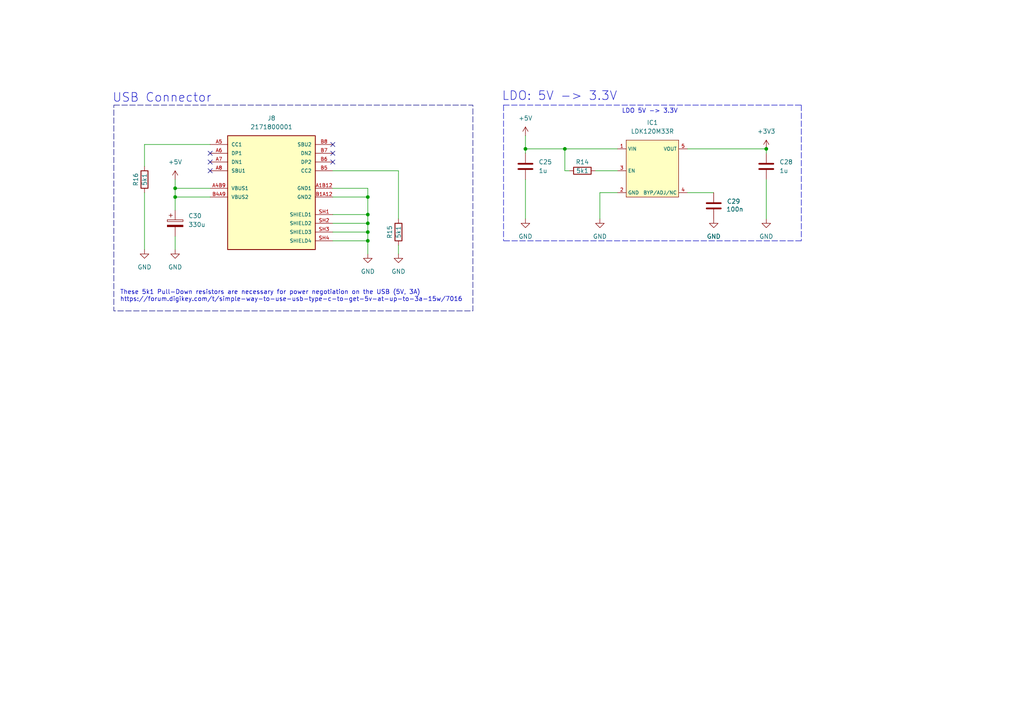
<source format=kicad_sch>
(kicad_sch (version 20231120) (generator "eeschema") (generator_version "8.0")
  (paper "A4")
  (title_block (date "2024-02-29") (rev "1"))
  (lib_symbols
    (symbol "2171800001:2171800001" (pin_names (offset 1.016))
      (property "Reference" "J8" (at 0 20.32 0))
      (property "Value" "2171800001" (at 0 17.78 0))
      (symbol "2171800001_0_0"
        (rectangle (start -12.7 -17.78) (end 12.7 15.24) (stroke (width 0.254)) (fill (type background)))
        (pin power_in line (at -17.78 0 0) (length 5.08) (name "VBUS1") (number "A4B9"))
        (pin bidirectional line (at -17.78 12.7 0) (length 5.08) (name "CC1") (number "A5"))
        (pin bidirectional line (at -17.78 10.16 0) (length 5.08) (name "DP1") (number "A6"))
        (pin bidirectional line (at -17.78 7.62 0) (length 5.08) (name "DN1") (number "A7"))
        (pin bidirectional line (at -17.78 5.08 0) (length 5.08) (name "SBU1") (number "A8"))
        (pin power_in line (at 17.78 -2.54 180) (length 5.08) (name "GND2") (number "B1A12"))
        (pin power_in line (at -17.78 -2.54 0) (length 5.08) (name "VBUS2") (number "B4A9"))
        (pin bidirectional line (at 17.78 5.08 180) (length 5.08) (name "CC2") (number "B5"))
        (pin bidirectional line (at 17.78 7.62 180) (length 5.08) (name "DP2") (number "B6"))
        (pin bidirectional line (at 17.78 10.16 180) (length 5.08) (name "DN2") (number "B7"))
        (pin bidirectional line (at 17.78 12.7 180) (length 5.08) (name "SBU2") (number "B8"))
        (pin passive line (at 17.78 -7.62 180) (length 5.08) (name "SHIELD1") (number "SH1"))
        (pin passive line (at 17.78 -10.16 180) (length 5.08) (name "SHIELD2") (number "SH2"))
        (pin passive line (at 17.78 -12.7 180) (length 5.08) (name "SHIELD3") (number "SH3"))
        (pin passive line (at 17.78 -15.24 180) (length 5.08) (name "SHIELD4") (number "SH4"))
      )
      (symbol "2171800001_1_0"
        (pin power_in line (at 17.78 0 180) (length 5.08) (name "GND1") (number "A1B12"))
      )
    )
    (symbol "Custom_Parts:LDK120M33R"
      (property "Reference" "IC1" (at 1.27 13.97 0))
      (property "Value" "LDK120M33R" (at 1.27 11.43 0))
      (symbol "LDK120M33R_0_1"
        (rectangle (start -6.35 8.89) (end 8.89 -7.62) (fill (type background)))
      )
      (symbol "LDK120M33R_1_1"
        (pin input line (at -8.89 6.35 0) (length 2.54) (name "VIN") (number "1"))
        (pin input line (at -8.89 -6.35 0) (length 2.54) (name "GND") (number "2"))
        (pin input line (at -8.89 0 0) (length 2.54) (name "EN") (number "3"))
        (pin input line (at 11.43 -6.35 180) (length 2.54) (name "BYP/ADJ/NC") (number "4"))
        (pin output line (at 11.43 6.35 180) (length 2.54) (name "VOUT") (number "5"))
      )
    )
    (symbol "Device:C" (pin_numbers hide) (pin_names (offset 0.254))
      (property "Reference" "C" (at 0.635 2.54 0))
      (property "Value" "C" (at 0.635 -2.54 0))
      (symbol "C_0_1"
        (polyline (pts (xy -2.032 -0.762) (xy 2.032 -0.762)) (stroke (width 0.508)))
        (polyline (pts (xy -2.032 0.762) (xy 2.032 0.762)) (stroke (width 0.508)))
      )
      (symbol "C_1_1"
        (pin passive line (at 0 3.81 270) (length 2.794) (name "~") (number "1"))
        (pin passive line (at 0 -3.81 90) (length 2.794) (name "~") (number "2"))
      )
    )
    (symbol "Device:C_Polarized" (pin_numbers hide) (pin_names (offset 0.254))
      (property "Reference" "C" (at 0.635 2.54 0))
      (property "Value" "C_Polarized" (at 0.635 -2.54 0))
      (symbol "C_Polarized_0_1"
        (rectangle (start -2.286 0.508) (end 2.286 1.016))
        (polyline (pts (xy -1.778 2.286) (xy -0.762 2.286)))
        (polyline (pts (xy -1.27 2.794) (xy -1.27 1.778)))
        (rectangle (start 2.286 -0.508) (end -2.286 -1.016) (fill (type outline)))
      )
      (symbol "C_Polarized_1_1"
        (pin passive line (at 0 3.81 270) (length 2.794) (name "~") (number "1"))
        (pin passive line (at 0 -3.81 90) (length 2.794) (name "~") (number "2"))
      )
    )
    (symbol "Device:R" (pin_numbers hide) (pin_names (offset 0))
      (property "Reference" "R" (at 2.032 0 90))
      (property "Value" "R" (at 0 0 90))
      (symbol "R_0_1"
        (rectangle (start -1.016 -2.54) (end 1.016 2.54) (stroke (width 0.254)))
      )
      (symbol "R_1_1"
        (pin passive line (at 0 3.81 270) (length 1.27) (name "~") (number "1"))
        (pin passive line (at 0 -3.81 90) (length 1.27) (name "~") (number "2"))
      )
    )
    (symbol "power:+3V3" (power) (pin_names (offset 0))
      (property "Value" "+3V3" (at 0 3.556 0))
      (symbol "+3V3_0_1"
        (polyline (pts (xy -0.762 1.27) (xy 0 2.54)))
        (polyline (pts (xy 0 0) (xy 0 2.54)))
        (polyline (pts (xy 0 2.54) (xy 0.762 1.27)))
      )
      (symbol "+3V3_1_1"
        (pin power_in line (at 0 0 90) (length 0) hide (name "+3V3") (number "1"))
      )
    )
    (symbol "power:+5V" (power) (pin_names (offset 0))
      (property "Value" "+5V" (at 0 3.556 0))
      (symbol "+5V_0_1"
        (polyline (pts (xy -0.762 1.27) (xy 0 2.54)))
        (polyline (pts (xy 0 0) (xy 0 2.54)))
        (polyline (pts (xy 0 2.54) (xy 0.762 1.27)))
      )
      (symbol "+5V_1_1"
        (pin power_in line (at 0 0 90) (length 0) hide (name "+5V") (number "1"))
      )
    )
    (symbol "power:GND" (power) (pin_names (offset 0))
      (property "Value" "GND" (at 0 -3.81 0))
      (symbol "GND_0_1"
        (polyline (pts (xy 0 0) (xy 0 -1.27) (xy 1.27 -1.27) (xy 0 -2.54) (xy -1.27 -1.27) (xy 0 -1.27)))
      )
      (symbol "GND_1_1"
        (pin power_in line (at 0 0 270) (length 0) hide (name "GND") (number "1"))
      )
    )
  )
  (junction (at 50.8 54.61))
  (junction (at 222.25 43.18))
  (junction (at 152.4 43.18))
  (junction (at 50.8 57.15))
  (junction (at 163.83 43.18))
  (junction (at 106.68 67.31))
  (junction (at 106.68 57.15))
  (junction (at 106.68 69.85))
  (junction (at 106.68 62.23))
  (junction (at 106.68 64.77))
  (no_connect (at 96.52 41.91))
  (no_connect (at 96.52 44.45))
  (no_connect (at 96.52 46.99))
  (no_connect (at 60.96 49.53))
  (no_connect (at 60.96 44.45))
  (no_connect (at 60.96 46.99))
  (wire (pts (xy 96.52 64.77) (xy 106.68 64.77)))
  (wire (pts (xy 172.72 49.53) (xy 179.07 49.53)))
  (wire (pts (xy 207.01 55.88) (xy 199.39 55.88)))
  (wire (pts (xy 115.57 71.12) (xy 115.57 73.66)))
  (wire (pts (xy 152.4 39.37) (xy 152.4 43.18)))
  (wire (pts (xy 152.4 43.18) (xy 163.83 43.18)))
  (wire (pts (xy 106.68 62.23) (xy 106.68 57.15)))
  (wire (pts (xy 41.91 41.91) (xy 41.91 48.26)))
  (wire (pts (xy 152.4 52.07) (xy 152.4 63.5)))
  (wire (pts (xy 50.8 54.61) (xy 60.96 54.61)))
  (wire (pts (xy 96.52 69.85) (xy 106.68 69.85)))
  (wire (pts (xy 106.68 73.66) (xy 106.68 69.85)))
  (wire (pts (xy 106.68 69.85) (xy 106.68 67.31)))
  (wire (pts (xy 115.57 63.5) (xy 115.57 49.53)))
  (wire (pts (xy 163.83 43.18) (xy 179.07 43.18)))
  (wire (pts (xy 106.68 67.31) (xy 106.68 64.77)))
  (wire (pts (xy 199.39 43.18) (xy 222.25 43.18)))
  (wire (pts (xy 50.8 68.58) (xy 50.8 72.39)))
  (wire (pts (xy 173.99 55.88) (xy 173.99 63.5)))
  (polyline (pts (xy 146.05 30.48) (xy 146.05 69.85)) (stroke (width 0) (type dash)))
  (wire (pts (xy 50.8 54.61) (xy 50.8 57.15)))
  (wire (pts (xy 41.91 41.91) (xy 60.96 41.91)))
  (wire (pts (xy 96.52 49.53) (xy 115.57 49.53)))
  (wire (pts (xy 96.52 57.15) (xy 106.68 57.15)))
  (wire (pts (xy 222.25 44.45) (xy 222.25 43.18)))
  (wire (pts (xy 106.68 54.61) (xy 96.52 54.61)))
  (wire (pts (xy 96.52 67.31) (xy 106.68 67.31)))
  (wire (pts (xy 96.52 62.23) (xy 106.68 62.23)))
  (wire (pts (xy 222.25 52.07) (xy 222.25 63.5)))
  (wire (pts (xy 106.68 54.61) (xy 106.68 57.15)))
  (wire (pts (xy 41.91 55.88) (xy 41.91 72.39)))
  (wire (pts (xy 50.8 52.07) (xy 50.8 54.61)))
  (wire (pts (xy 50.8 60.96) (xy 50.8 57.15)))
  (wire (pts (xy 163.83 43.18) (xy 163.83 49.53)))
  (polyline (pts (xy 232.41 30.48) (xy 232.41 69.85)) (stroke (width 0) (type dash)))
  (wire (pts (xy 50.8 57.15) (xy 60.96 57.15)))
  (wire (pts (xy 165.1 49.53) (xy 163.83 49.53)))
  (wire (pts (xy 179.07 55.88) (xy 173.99 55.88)))
  (polyline (pts (xy 146.05 30.48) (xy 232.41 30.48)) (stroke (width 0) (type dash)))
  (polyline (pts (xy 232.41 69.85) (xy 146.05 69.85)) (stroke (width 0) (type dash)))
  (wire (pts (xy 152.4 44.45) (xy 152.4 43.18)))
  (wire (pts (xy 106.68 64.77) (xy 106.68 62.23)))
  (rectangle (start 33.02 30.48) (end 137.16 90.17) (stroke (width 0) (type dash) (color 0 0 132 1)))
  (text "These 5k1 Pull-Down resistors are necessary for power negotiation on the USB (5V, 3A)\nhttps://forum.digikey.com/t/simple-way-to-use-usb-type-c-to-get-5v-at-up-to-3a-15w/7016" (at 34.798 87.63 0) (effects (font (size 1.27 1.27)) (justify left bottom)))
  (text "USB Connector" (at 46.99 28.448 0) (effects (font (size 2.54 2.54))))
  (text "LDO: 5V -> 3.3V" (at 162.306 27.94 0) (effects (font (size 2.54 2.54))))
  (text "LDO 5V -> 3.3V" (at 180.34 33.02 0) (effects (font (size 1.27 1.27)) (justify left bottom)))
  (symbol (lib_id "power:GND") (at 41.91 72.39 0) (unit 1)
    (property "Reference" "#PWR075" (effects (hide yes)))
    (property "Value" "GND" (at 41.91 77.47 0))
  )
  (symbol (lib_id "power:+3V3") (at 222.25 43.18 0) (unit 1)
    (property "Reference" "#PWR069" (effects (hide yes)))
    (property "Value" "+3V3" (at 222.25 38.1 0))
  )
  (symbol (lib_id "Device:R") (at 41.91 52.07 0) (unit 1)
    (property "Reference" "R16" (at 39.37 52.07 90))
    (property "Value" "5k1" (at 41.91 52.07 90))
    (property "Footprint" "Resistor_SMD:R_0805_2012Metric" (effects (hide yes)))
    (property "Part ID" "CR0805-FX-5101ELF " (effects (hide yes)))
    (property "MPN" "CR0805-FX-5101ELF " (effects (hide yes)))
  )
  (symbol (lib_id "power:GND") (at 207.01 63.5 0) (unit 1)
    (property "Reference" "#PWR072" (effects (hide yes)))
    (property "Value" "GND" (at 207.01 68.58 0))
  )
  (symbol (lib_id "power:+5V") (at 50.8 52.07 0) (unit 1)
    (property "Reference" "#PWR077" (effects (hide yes)))
    (property "Value" "+5V" (at 50.8 46.99 0))
  )
  (symbol (lib_id "Device:C") (at 222.25 48.26 0) (unit 1)
    (property "Reference" "C28" (at 226.06 46.9899 0) (effects (justify left)))
    (property "Value" "1u" (at 226.06 49.5299 0) (effects (justify left)))
    (property "Footprint" "Capacitor_SMD:C_0805_2012Metric" (effects (hide yes)))
    (property "MPN" "0805B105K250DC" (effects (hide yes)))
    (property "Digikey" "https://www.digikey.pt/en/products/detail/nextgen-components/0805B105K250DC/18676982" (effects (hide yes)))
  )
  (symbol (lib_id "power:GND") (at 222.25 63.5 0) (unit 1)
    (property "Reference" "#PWR073" (effects (hide yes)))
    (property "Value" "GND" (at 222.25 68.58 0))
  )
  (symbol (lib_id "power:GND") (at 106.68 73.66 0) (unit 1)
    (property "Reference" "#PWR076" (effects (hide yes)))
    (property "Value" "GND" (at 106.68 78.74 0))
  )
  (symbol (lib_id "power:GND") (at 50.8 72.39 0) (unit 1)
    (property "Reference" "#PWR078" (effects (hide yes)))
    (property "Value" "GND" (at 50.8 77.47 0))
  )
  (symbol (lib_id "Device:R") (at 168.91 49.53 270) (unit 1)
    (property "Reference" "R14" (at 168.91 46.99 90))
    (property "Value" "5k1" (at 168.91 49.53 90))
    (property "Footprint" "Resistor_SMD:R_0805_2012Metric" (effects (hide yes)))
    (property "Part ID" "CR0805-FX-5101ELF " (effects (hide yes)))
    (property "MPN" "CR0805-FX-5101ELF " (effects (hide yes)))
  )
  (symbol (lib_id "Custom_Parts:LDK120M33R") (at 187.96 49.53 0) (unit 1)
    (property "Reference" "IC1" (at 189.23 35.56 0))
    (property "Value" "LDK120M33R" (at 189.23 38.1 0))
    (property "Footprint" "Package_TO_SOT_SMD:TSOT-23-5" (effects (hide yes)))
    (property "Datasheet" "https://pt.mouser.com/datasheet/2/389/dm00070790-1797675.pdf" (effects (hide yes)))
    (property "MPN" "LDK120M33R" (effects (hide yes)))
    (property "Digikey" "https://www.digikey.pt/en/products/detail/stmicroelectronics/LDK120M33R/3820949?s=N4IgTCBcDaIDIBEDSBGMAGAsgZmwJRAF0BfIA" (effects (hide yes)))
  )
  (symbol (lib_id "Device:R") (at 115.57 67.31 0) (unit 1)
    (property "Reference" "R15" (at 113.03 67.31 90))
    (property "Value" "5k1" (at 115.57 67.31 90))
    (property "Footprint" "Resistor_SMD:R_0805_2012Metric" (effects (hide yes)))
    (property "Part ID" "CR0805-FX-5101ELF " (effects (hide yes)))
    (property "MPN" "CR0805-FX-5101ELF " (effects (hide yes)))
  )
  (symbol (lib_id "power:GND") (at 152.4 63.5 0) (unit 1)
    (property "Reference" "#PWR070" (effects (hide yes)))
    (property "Value" "GND" (at 152.4 68.58 0))
  )
  (symbol (lib_id "Device:C") (at 207.01 59.69 0) (unit 1)
    (property "Reference" "C29" (at 210.82 58.4199 0) (effects (justify left)))
    (property "Value" "100n" (at 215.646 60.706 0) (effects (justify right)))
    (property "Footprint" "Capacitor_SMD:C_0805_2012Metric" (effects (hide yes)))
    (property "Digikey" "https://www.digikey.pt/en/products/detail/yageo/CC0805KRX7R9BB104/302874" (effects (hide yes)))
    (property "MPN" "CC0805KRX7R9BB104" (effects (hide yes)))
  )
  (symbol (lib_id "2171800001:2171800001") (at 78.74 54.61 0) (unit 1)
    (property "Reference" "J8" (at 78.74 34.29 0))
    (property "Value" "2171800001" (at 78.74 36.83 0))
    (property "Footprint" "2171800001:MOLEX_2171800001" (effects (hide yes)))
    (property "MPN" "  2171800001" (effects (hide yes)))
    (property "Digikey" "https://www.digikey.pt/en/products/detail/molex/2171800001/13913742?s=N4IgTCBcDa4IwHY4A4AM7VxAXQL5A" (effects (hide yes)))
  )
  (symbol (lib_id "Device:C") (at 152.4 48.26 0) (unit 1)
    (property "Reference" "C25" (at 156.21 46.9899 0) (effects (justify left)))
    (property "Value" "1u" (at 156.21 49.5299 0) (effects (justify left)))
    (property "Footprint" "Capacitor_SMD:C_0805_2012Metric" (effects (hide yes)))
    (property "MPN" "0805B105K250DC" (effects (hide yes)))
    (property "Digikey" "https://www.digikey.pt/en/products/detail/nextgen-components/0805B105K250DC/18676982" (effects (hide yes)))
  )
  (symbol (lib_id "power:GND") (at 115.57 73.66 0) (unit 1)
    (property "Reference" "#PWR074" (effects (hide yes)))
    (property "Value" "GND" (at 115.57 78.74 0))
  )
  (symbol (lib_id "Device:C_Polarized") (at 50.8 64.77 0) (unit 1)
    (property "Reference" "C30" (at 54.61 62.6109 0) (effects (justify left)))
    (property "Value" "330u" (at 54.61 65.1509 0) (effects (justify left)))
    (property "Footprint" "Capacitor_SMD:CP_Elec_6.3x5.8" (effects (hide yes)))
    (property "Datasheet" "https://pt.mouser.com/datasheet/2/445/875105144010-1726744.pdf" (effects (hide yes)))
    (property "MPN" "875105144010" (effects (hide yes)))
    (property "Digikey" "https://www.digikey.pt/en/products/detail/w%C3%BCrth-elektronik/875105144010/5147563?s=N4IgTCBcDaIBwHYCsBGADKgLJt6QF0BfIA" (effects (hide yes)))
  )
  (symbol (lib_id "power:+5V") (at 152.4 39.37 0) (unit 1)
    (property "Reference" "#PWR068" (effects (hide yes)))
    (property "Value" "+5V" (at 152.4 34.29 0))
  )
  (symbol (lib_id "power:GND") (at 173.99 63.5 0) (unit 1)
    (property "Reference" "#PWR071" (effects (hide yes)))
    (property "Value" "GND" (at 173.99 68.58 0))
  )
)
</source>
